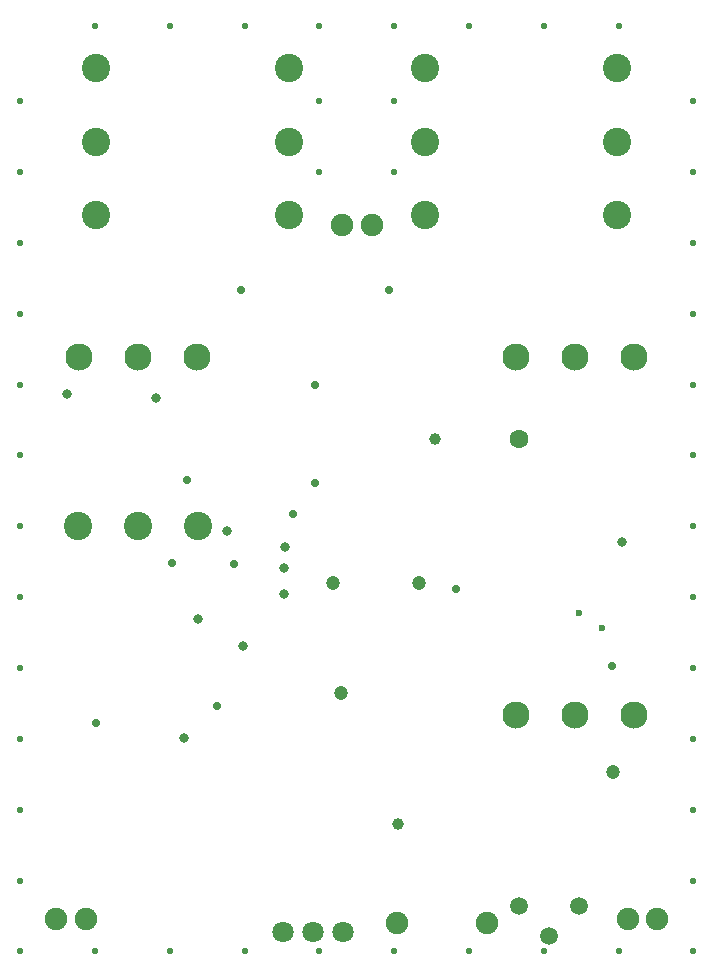
<source format=gbs>
%FSLAX46Y46*%
%MOMM*%
%AMPS10*
1,1,2.300000,0.000000,0.000000*
%
%ADD10PS10*%
%AMPS16*
1,1,1.800000,0.000000,0.000000*
%
%ADD16PS16*%
%AMPS11*
1,1,2.400000,0.000000,0.000000*
%
%ADD11PS11*%
%AMPS15*
1,1,1.500000,0.000000,0.000000*
%
%ADD15PS15*%
%AMPS14*
1,1,1.900000,0.000000,0.000000*
%
%ADD14PS14*%
%AMPS12*
1,1,1.900000,0.000000,0.000000*
%
%ADD12PS12*%
%AMPS13*
1,1,1.900000,0.000000,0.000000*
%
%ADD13PS13*%
%AMPS17*
1,1,2.400000,0.000000,0.000000*
%
%ADD17PS17*%
%AMPS23*
1,1,0.600000,0.000000,0.000000*
%
%ADD23PS23*%
%AMPS24*
1,1,1.000000,0.000000,0.000000*
%
%ADD24PS24*%
%AMPS21*
1,1,1.200000,0.000000,0.000000*
%
%ADD21PS21*%
%AMPS18*
1,1,0.550000,0.000000,0.000000*
%
%ADD18PS18*%
%AMPS22*
1,1,1.600000,0.000000,0.000000*
%
%ADD22PS22*%
%AMPS19*
1,1,0.700000,0.000000,0.000000*
%
%ADD19PS19*%
%AMPS20*
1,1,0.800000,0.000000,0.000000*
%
%ADD20PS20*%
G01*
G01*
%LPD*%
G75*
D10*
X43000000Y51200000D03*
D10*
X53000000Y51200000D03*
D10*
X48000000Y51200000D03*
D10*
X43000000Y20900000D03*
D10*
X53000000Y20900000D03*
D10*
X48000000Y20900000D03*
D11*
X23750000Y63250000D03*
D11*
X23750000Y75700000D03*
D11*
X7450000Y75700000D03*
D11*
X23750000Y69450000D03*
D11*
X7450000Y69450000D03*
D11*
X7450000Y63250000D03*
D12*
X30750000Y62400000D03*
D12*
X28250000Y62400000D03*
D10*
X6000000Y51200000D03*
D10*
X16000000Y51200000D03*
D10*
X11000000Y51200000D03*
D13*
X32890000Y3300000D03*
D13*
X40510000Y3300000D03*
D14*
X52450000Y3650000D03*
D14*
X54950000Y3650000D03*
D15*
X48340000Y4770000D03*
D15*
X45800000Y2230000D03*
D15*
X43260000Y4770000D03*
D11*
X51550000Y63250000D03*
D11*
X51550000Y75700000D03*
D11*
X35250000Y75700000D03*
D11*
X51550000Y69450000D03*
D11*
X35250000Y69450000D03*
D11*
X35250000Y63250000D03*
D16*
X23210000Y2570000D03*
D16*
X25750000Y2570000D03*
D16*
X28290000Y2570000D03*
D14*
X4050000Y3680000D03*
D14*
X6550000Y3680000D03*
D17*
X11000000Y36900000D03*
D17*
X16080000Y36900000D03*
D17*
X5920000Y36900000D03*
D18*
X58000000Y60900000D03*
D18*
X1003000Y60900000D03*
D19*
X26000000Y40600000D03*
D18*
X51667000Y900000D03*
D19*
X32200000Y56900000D03*
D19*
X17690000Y21690000D03*
D18*
X26335000Y900000D03*
D18*
X1003000Y66900000D03*
D19*
X37870000Y31560000D03*
D18*
X45334000Y900000D03*
D20*
X16075000Y29065000D03*
D18*
X51667000Y79233000D03*
D19*
X24100000Y37900000D03*
D19*
X19110000Y33690000D03*
D18*
X39001000Y900000D03*
D19*
X26000000Y48860000D03*
D20*
X23320000Y33390000D03*
D18*
X26335000Y79233000D03*
D19*
X19710000Y56910000D03*
D18*
X45334000Y79233000D03*
D20*
X23420000Y35180000D03*
D20*
X16075000Y29065000D03*
D18*
X58000000Y36900000D03*
D18*
X20002000Y900000D03*
D18*
X1003000Y18900000D03*
D21*
X27510000Y32070000D03*
D19*
X51130000Y25050000D03*
D18*
X1003000Y72900000D03*
D18*
X1003000Y900000D03*
D20*
X4950000Y48080000D03*
D18*
X1003000Y6900000D03*
D18*
X20002000Y79233000D03*
D20*
X51971668Y35578328D03*
D18*
X58000000Y900000D03*
D18*
X58000000Y6900000D03*
D22*
X43200000Y44300000D03*
D18*
X13669000Y900000D03*
D18*
X58000000Y24900000D03*
D18*
X26335000Y66900000D03*
D18*
X58000000Y66900000D03*
D20*
X12500000Y47730000D03*
D18*
X32668000Y79233000D03*
D21*
X28200000Y22800000D03*
D18*
X32668000Y72900000D03*
D18*
X58000000Y54900000D03*
D18*
X1003000Y36900000D03*
D18*
X58000000Y18900000D03*
D18*
X1003000Y30900000D03*
D18*
X58000000Y48900000D03*
D23*
X48331668Y29548328D03*
D20*
X18500000Y36490000D03*
D18*
X58000000Y12900000D03*
D19*
X7440000Y20270000D03*
D21*
X51150000Y16100000D03*
D18*
X32668000Y900000D03*
D18*
X13669000Y79233000D03*
D18*
X7336000Y79233000D03*
D20*
X19890000Y26740000D03*
D18*
X26335000Y72900000D03*
D20*
X23320000Y31140000D03*
D20*
X14850000Y19000000D03*
D18*
X1003000Y42900000D03*
D18*
X32668000Y66900000D03*
D19*
X13840000Y33800000D03*
D18*
X1003000Y48900000D03*
D19*
X15100000Y40800000D03*
D24*
X36100000Y44300000D03*
D18*
X39001000Y79233000D03*
D18*
X58000000Y72900000D03*
D18*
X1003000Y12900000D03*
D21*
X34800000Y32070000D03*
D18*
X1003000Y54900000D03*
D18*
X7336000Y900000D03*
D18*
X1003000Y24900000D03*
D24*
X32950000Y11650000D03*
D18*
X58000000Y30900000D03*
D18*
X58000000Y42900000D03*
D23*
X50271668Y28278328D03*
M02*

</source>
